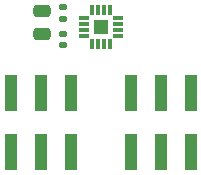
<source format=gtp>
G04 #@! TF.GenerationSoftware,KiCad,Pcbnew,9.0.2*
G04 #@! TF.CreationDate,2025-07-28T15:17:51+01:00*
G04 #@! TF.ProjectId,NB3_mouth,4e42335f-6d6f-4757-9468-2e6b69636164,0.0.3*
G04 #@! TF.SameCoordinates,PX86d97c0PY6ea0500*
G04 #@! TF.FileFunction,Paste,Top*
G04 #@! TF.FilePolarity,Positive*
%FSLAX46Y46*%
G04 Gerber Fmt 4.6, Leading zero omitted, Abs format (unit mm)*
G04 Created by KiCad (PCBNEW 9.0.2) date 2025-07-28 15:17:51*
%MOMM*%
%LPD*%
G01*
G04 APERTURE LIST*
G04 Aperture macros list*
%AMRoundRect*
0 Rectangle with rounded corners*
0 $1 Rounding radius*
0 $2 $3 $4 $5 $6 $7 $8 $9 X,Y pos of 4 corners*
0 Add a 4 corners polygon primitive as box body*
4,1,4,$2,$3,$4,$5,$6,$7,$8,$9,$2,$3,0*
0 Add four circle primitives for the rounded corners*
1,1,$1+$1,$2,$3*
1,1,$1+$1,$4,$5*
1,1,$1+$1,$6,$7*
1,1,$1+$1,$8,$9*
0 Add four rect primitives between the rounded corners*
20,1,$1+$1,$2,$3,$4,$5,0*
20,1,$1+$1,$4,$5,$6,$7,0*
20,1,$1+$1,$6,$7,$8,$9,0*
20,1,$1+$1,$8,$9,$2,$3,0*%
G04 Aperture macros list end*
%ADD10R,0.300000X0.850000*%
%ADD11R,0.850000X0.300000*%
%ADD12R,1.250000X1.250000*%
%ADD13RoundRect,0.250000X0.475000X-0.250000X0.475000X0.250000X-0.475000X0.250000X-0.475000X-0.250000X0*%
%ADD14RoundRect,0.135000X0.185000X-0.135000X0.185000X0.135000X-0.185000X0.135000X-0.185000X-0.135000X0*%
%ADD15RoundRect,0.140000X-0.170000X0.140000X-0.170000X-0.140000X0.170000X-0.140000X0.170000X0.140000X0*%
%ADD16R,1.000000X3.150000*%
G04 APERTURE END LIST*
D10*
X10750000Y16475000D03*
X10250000Y16475000D03*
X9750000Y16475000D03*
X9250000Y16475000D03*
D11*
X8550000Y15775000D03*
X8550000Y15275000D03*
X8550000Y14775000D03*
X8550000Y14275000D03*
D10*
X9250000Y13575000D03*
X9750000Y13575000D03*
X10250000Y13575000D03*
X10750000Y13575000D03*
D11*
X11450000Y14275000D03*
X11450000Y14775000D03*
X11450000Y15275000D03*
X11450000Y15775000D03*
D12*
X10000000Y15025000D03*
D13*
X5000000Y14475000D03*
X5000000Y16375000D03*
D14*
X6800000Y15740000D03*
X6800000Y16760000D03*
D15*
X6800000Y14460000D03*
X6800000Y13500000D03*
D16*
X12540000Y4450000D03*
X12540000Y9500000D03*
X15080000Y4450000D03*
X15080000Y9500000D03*
X17620000Y4450000D03*
X17620000Y9500000D03*
X2380000Y4450000D03*
X2380000Y9500000D03*
X4920000Y4450000D03*
X4920000Y9500000D03*
X7460000Y4450000D03*
X7460000Y9500000D03*
M02*

</source>
